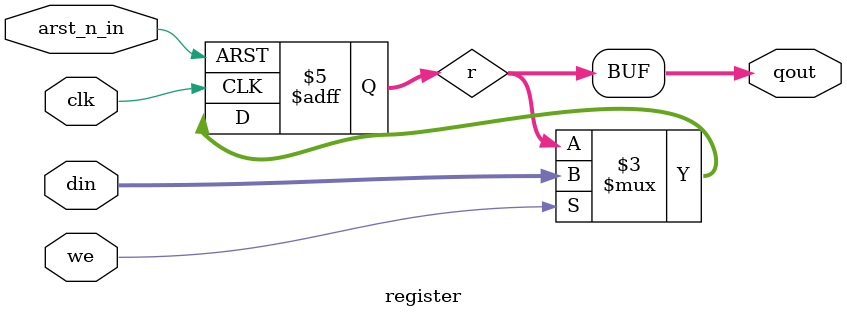
<source format=sv>
module register #(
  parameter integer WIDTH     = 20,
  parameter integer RESET_VAL = 'b0
   )(
  input  logic              clk,
  input  logic              arst_n_in, //asynchronous reset, active low
  input  logic [WIDTH-1:0]  din,
  output logic [WIDTH-1:0]  qout,
  input  logic 	     				we //write enable (register does write only when write enable is high)
);

logic [WIDTH-1:0] r;

always_ff @(posedge clk, negedge arst_n_in) begin
   if(arst_n_in==0)begin
      r <= RESET_VAL;
   end else begin
      if(we)
        r <= din;
   end
end
assign qout = r;




endmodule



//Instantiation macro:
//you can use this macro to do the following things in one line
//1) define <r_name> and <r_name>_next as logic [r_width-1:0]
//2) define <r_name>_we as logic;
//3) instantiate register instance of width <r_width> named <r_name>_r with
//     <r_name> as qout
//     <r_name>_next as din
//     <r_name>_we as we
//     clk as clk
//     arst_n_in as arst_n_in
//E.g.: `REG(32, my_register);
//see fifo for more examples of both manual instantiation and instantiation through this macro

`define REG(r_width, r_name) \
logic [r_width-1:0] ``r_name``_next, r_name;\
logic ``r_name``_we;\
register #(.WIDTH(r_width)) ``r_name``_r(.clk(clk), .arst_n_in(arst_n_in), .din(``r_name``_next), .qout(r_name), .we(``r_name``_we))

</source>
